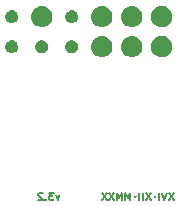
<source format=gbs>
%TF.GenerationSoftware,KiCad,Pcbnew,(5.1.2-1)-1*%
%TF.CreationDate,2020-12-17T20:50:41+01:00*%
%TF.ProjectId,snes_rgb_bypass_amp,736e6573-5f72-4676-925f-627970617373,3.2*%
%TF.SameCoordinates,Original*%
%TF.FileFunction,Soldermask,Bot*%
%TF.FilePolarity,Negative*%
%FSLAX46Y46*%
G04 Gerber Fmt 4.6, Leading zero omitted, Abs format (unit mm)*
G04 Created by KiCad (PCBNEW (5.1.2-1)-1) date 2020-12-17 20:50:41*
%MOMM*%
%LPD*%
G04 APERTURE LIST*
%ADD10C,0.100000*%
%ADD11C,0.152400*%
%ADD12C,0.150000*%
G04 APERTURE END LIST*
D10*
X152612619Y-114393095D02*
X152612619Y-114488333D01*
X152588809Y-114488333D02*
X152588809Y-114393095D01*
X152565000Y-114369285D02*
X152565000Y-114512142D01*
X152541190Y-114488333D02*
X152541190Y-114393095D01*
X152517380Y-114393095D02*
X152517380Y-114488333D01*
X152612619Y-114464523D02*
X152565000Y-114512142D01*
X152517380Y-114464523D01*
X152612619Y-114416904D02*
X152565000Y-114369285D01*
X152517380Y-114416904D01*
X152612619Y-114393095D02*
X152565000Y-114369285D01*
X152517380Y-114393095D01*
X152493571Y-114440714D01*
X152517380Y-114488333D01*
X152565000Y-114512142D01*
X152612619Y-114488333D01*
X152636428Y-114440714D01*
X152612619Y-114393095D01*
D11*
X155855238Y-114122261D02*
X155431904Y-114757261D01*
X155431904Y-114122261D02*
X155855238Y-114757261D01*
X155280714Y-114122261D02*
X155069047Y-114757261D01*
X154857380Y-114122261D01*
X154645714Y-114757261D02*
X154645714Y-114122261D01*
X153920000Y-114122261D02*
X153496666Y-114757261D01*
X153496666Y-114122261D02*
X153920000Y-114757261D01*
X153254761Y-114757261D02*
X153254761Y-114122261D01*
X152952380Y-114757261D02*
X152952380Y-114122261D01*
X152166190Y-114757261D02*
X152166190Y-114122261D01*
X151954523Y-114575833D01*
X151742857Y-114122261D01*
X151742857Y-114757261D01*
X151440476Y-114757261D02*
X151440476Y-114122261D01*
X151228809Y-114575833D01*
X151017142Y-114122261D01*
X151017142Y-114757261D01*
X150775238Y-114122261D02*
X150351904Y-114757261D01*
X150351904Y-114122261D02*
X150775238Y-114757261D01*
X150170476Y-114122261D02*
X149747142Y-114757261D01*
X149747142Y-114122261D02*
X150170476Y-114757261D01*
X146179047Y-114333928D02*
X146027857Y-114757261D01*
X145876666Y-114333928D01*
X145695238Y-114122261D02*
X145302142Y-114122261D01*
X145513809Y-114364166D01*
X145423095Y-114364166D01*
X145362619Y-114394404D01*
X145332380Y-114424642D01*
X145302142Y-114485119D01*
X145302142Y-114636309D01*
X145332380Y-114696785D01*
X145362619Y-114727023D01*
X145423095Y-114757261D01*
X145604523Y-114757261D01*
X145665000Y-114727023D01*
X145695238Y-114696785D01*
X145030000Y-114696785D02*
X144999761Y-114727023D01*
X145030000Y-114757261D01*
X145060238Y-114727023D01*
X145030000Y-114696785D01*
X145030000Y-114757261D01*
X144757857Y-114182738D02*
X144727619Y-114152500D01*
X144667142Y-114122261D01*
X144515952Y-114122261D01*
X144455476Y-114152500D01*
X144425238Y-114182738D01*
X144395000Y-114243214D01*
X144395000Y-114303690D01*
X144425238Y-114394404D01*
X144788095Y-114757261D01*
X144395000Y-114757261D01*
D10*
X154260238Y-114393690D02*
X154260238Y-114484166D01*
X154237619Y-114484166D02*
X154237619Y-114393690D01*
X154215000Y-114371071D02*
X154215000Y-114506785D01*
X154192380Y-114484166D02*
X154192380Y-114393690D01*
X154169761Y-114393690D02*
X154169761Y-114484166D01*
X154260238Y-114461547D02*
X154215000Y-114506785D01*
X154169761Y-114461547D01*
X154260238Y-114416309D02*
X154215000Y-114371071D01*
X154169761Y-114416309D01*
X154260238Y-114393690D02*
X154215000Y-114371071D01*
X154169761Y-114393690D01*
X154147142Y-114438928D01*
X154169761Y-114484166D01*
X154215000Y-114506785D01*
X154260238Y-114484166D01*
X154282857Y-114438928D01*
X154260238Y-114393690D01*
D12*
G36*
X154967229Y-100862854D02*
G01*
X155097757Y-100888817D01*
X155261690Y-100956721D01*
X155409222Y-101055299D01*
X155409224Y-101055301D01*
X155409227Y-101055303D01*
X155534697Y-101180773D01*
X155534699Y-101180776D01*
X155534701Y-101180778D01*
X155633279Y-101328310D01*
X155701183Y-101492243D01*
X155718323Y-101578416D01*
X155735800Y-101666279D01*
X155735800Y-101843721D01*
X155731970Y-101862976D01*
X155701183Y-102017757D01*
X155633279Y-102181690D01*
X155534701Y-102329222D01*
X155534699Y-102329224D01*
X155534697Y-102329227D01*
X155409227Y-102454697D01*
X155409224Y-102454699D01*
X155409222Y-102454701D01*
X155261690Y-102553279D01*
X155097757Y-102621183D01*
X154989248Y-102642766D01*
X154923721Y-102655800D01*
X154746279Y-102655800D01*
X154680752Y-102642766D01*
X154572243Y-102621183D01*
X154408310Y-102553279D01*
X154260778Y-102454701D01*
X154260776Y-102454699D01*
X154260773Y-102454697D01*
X154135303Y-102329227D01*
X154135301Y-102329224D01*
X154135299Y-102329222D01*
X154036721Y-102181690D01*
X153968817Y-102017757D01*
X153938030Y-101862976D01*
X153934200Y-101843721D01*
X153934200Y-101666279D01*
X153951677Y-101578416D01*
X153968817Y-101492243D01*
X154036721Y-101328310D01*
X154135299Y-101180778D01*
X154135301Y-101180776D01*
X154135303Y-101180773D01*
X154260773Y-101055303D01*
X154260776Y-101055301D01*
X154260778Y-101055299D01*
X154408310Y-100956721D01*
X154572243Y-100888817D01*
X154702771Y-100862854D01*
X154746279Y-100854200D01*
X154923721Y-100854200D01*
X154967229Y-100862854D01*
X154967229Y-100862854D01*
G37*
G36*
X152471588Y-100867234D02*
G01*
X152641389Y-100918743D01*
X152641391Y-100918744D01*
X152797881Y-101002390D01*
X152935044Y-101114956D01*
X153047610Y-101252119D01*
X153047611Y-101252121D01*
X153131257Y-101408611D01*
X153182766Y-101578412D01*
X153200158Y-101755000D01*
X153182766Y-101931588D01*
X153143058Y-102062486D01*
X153131256Y-102101391D01*
X153047610Y-102257881D01*
X152935044Y-102395044D01*
X152797881Y-102507610D01*
X152797879Y-102507611D01*
X152641389Y-102591257D01*
X152471588Y-102642766D01*
X152339249Y-102655800D01*
X152250751Y-102655800D01*
X152118412Y-102642766D01*
X151948611Y-102591257D01*
X151792121Y-102507611D01*
X151792119Y-102507610D01*
X151654956Y-102395044D01*
X151542390Y-102257881D01*
X151458744Y-102101391D01*
X151446942Y-102062486D01*
X151407234Y-101931588D01*
X151389842Y-101755000D01*
X151407234Y-101578412D01*
X151458743Y-101408611D01*
X151542389Y-101252121D01*
X151542390Y-101252119D01*
X151654956Y-101114956D01*
X151792119Y-101002390D01*
X151948609Y-100918744D01*
X151948611Y-100918743D01*
X152118412Y-100867234D01*
X152250751Y-100854200D01*
X152339249Y-100854200D01*
X152471588Y-100867234D01*
X152471588Y-100867234D01*
G37*
G36*
X149931588Y-100867234D02*
G01*
X150101389Y-100918743D01*
X150101391Y-100918744D01*
X150257881Y-101002390D01*
X150395044Y-101114956D01*
X150507610Y-101252119D01*
X150507611Y-101252121D01*
X150591257Y-101408611D01*
X150642766Y-101578412D01*
X150660158Y-101755000D01*
X150642766Y-101931588D01*
X150603058Y-102062486D01*
X150591256Y-102101391D01*
X150507610Y-102257881D01*
X150395044Y-102395044D01*
X150257881Y-102507610D01*
X150257879Y-102507611D01*
X150101389Y-102591257D01*
X149931588Y-102642766D01*
X149799249Y-102655800D01*
X149710751Y-102655800D01*
X149578412Y-102642766D01*
X149408611Y-102591257D01*
X149252121Y-102507611D01*
X149252119Y-102507610D01*
X149114956Y-102395044D01*
X149002390Y-102257881D01*
X148918744Y-102101391D01*
X148906942Y-102062486D01*
X148867234Y-101931588D01*
X148849842Y-101755000D01*
X148867234Y-101578412D01*
X148918743Y-101408611D01*
X149002389Y-101252121D01*
X149002390Y-101252119D01*
X149114956Y-101114956D01*
X149252119Y-101002390D01*
X149408609Y-100918744D01*
X149408611Y-100918743D01*
X149578412Y-100867234D01*
X149710751Y-100854200D01*
X149799249Y-100854200D01*
X149931588Y-100867234D01*
X149931588Y-100867234D01*
G37*
G36*
X147262287Y-101206192D02*
G01*
X147322976Y-101212170D01*
X147426802Y-101243665D01*
X147522489Y-101294811D01*
X147606359Y-101363641D01*
X147675189Y-101447511D01*
X147726335Y-101543198D01*
X147757830Y-101647024D01*
X147768465Y-101755000D01*
X147757830Y-101862976D01*
X147726335Y-101966802D01*
X147675189Y-102062489D01*
X147606359Y-102146359D01*
X147522489Y-102215189D01*
X147426802Y-102266335D01*
X147322976Y-102297830D01*
X147262287Y-102303808D01*
X147242058Y-102305800D01*
X147187942Y-102305800D01*
X147167713Y-102303807D01*
X147107024Y-102297830D01*
X147003198Y-102266335D01*
X146907511Y-102215189D01*
X146823641Y-102146359D01*
X146754811Y-102062489D01*
X146703665Y-101966802D01*
X146672170Y-101862976D01*
X146661535Y-101755000D01*
X146672170Y-101647024D01*
X146703665Y-101543198D01*
X146754811Y-101447511D01*
X146823641Y-101363641D01*
X146907511Y-101294811D01*
X147003198Y-101243665D01*
X147107024Y-101212170D01*
X147167713Y-101206193D01*
X147187942Y-101204200D01*
X147242058Y-101204200D01*
X147262287Y-101206192D01*
X147262287Y-101206192D01*
G37*
G36*
X144722287Y-101206192D02*
G01*
X144782976Y-101212170D01*
X144886802Y-101243665D01*
X144982489Y-101294811D01*
X145066359Y-101363641D01*
X145135189Y-101447511D01*
X145186335Y-101543198D01*
X145217830Y-101647024D01*
X145228465Y-101755000D01*
X145217830Y-101862976D01*
X145186335Y-101966802D01*
X145135189Y-102062489D01*
X145066359Y-102146359D01*
X144982489Y-102215189D01*
X144886802Y-102266335D01*
X144782976Y-102297830D01*
X144722287Y-102303808D01*
X144702058Y-102305800D01*
X144647942Y-102305800D01*
X144627713Y-102303807D01*
X144567024Y-102297830D01*
X144463198Y-102266335D01*
X144367511Y-102215189D01*
X144283641Y-102146359D01*
X144214811Y-102062489D01*
X144163665Y-101966802D01*
X144132170Y-101862976D01*
X144121535Y-101755000D01*
X144132170Y-101647024D01*
X144163665Y-101543198D01*
X144214811Y-101447511D01*
X144283641Y-101363641D01*
X144367511Y-101294811D01*
X144463198Y-101243665D01*
X144567024Y-101212170D01*
X144627713Y-101206193D01*
X144647942Y-101204200D01*
X144702058Y-101204200D01*
X144722287Y-101206192D01*
X144722287Y-101206192D01*
G37*
G36*
X142224720Y-101211256D02*
G01*
X142295664Y-101225367D01*
X142360253Y-101252121D01*
X142395902Y-101266887D01*
X142486114Y-101327166D01*
X142562834Y-101403886D01*
X142623113Y-101494098D01*
X142623114Y-101494101D01*
X142664633Y-101594336D01*
X142685800Y-101700752D01*
X142685800Y-101809248D01*
X142664633Y-101915664D01*
X142643451Y-101966802D01*
X142623113Y-102015902D01*
X142562834Y-102106114D01*
X142486114Y-102182834D01*
X142395902Y-102243113D01*
X142373193Y-102252519D01*
X142295664Y-102284633D01*
X142229317Y-102297830D01*
X142189249Y-102305800D01*
X142080751Y-102305800D01*
X142040683Y-102297830D01*
X141974336Y-102284633D01*
X141896807Y-102252519D01*
X141874098Y-102243113D01*
X141783886Y-102182834D01*
X141707166Y-102106114D01*
X141646887Y-102015902D01*
X141626549Y-101966802D01*
X141605367Y-101915664D01*
X141584200Y-101809248D01*
X141584200Y-101700752D01*
X141605367Y-101594336D01*
X141646886Y-101494101D01*
X141646887Y-101494098D01*
X141707166Y-101403886D01*
X141783886Y-101327166D01*
X141874098Y-101266887D01*
X141909747Y-101252121D01*
X141974336Y-101225367D01*
X142045280Y-101211256D01*
X142080751Y-101204200D01*
X142189249Y-101204200D01*
X142224720Y-101211256D01*
X142224720Y-101211256D01*
G37*
G36*
X154967229Y-98322854D02*
G01*
X155097757Y-98348817D01*
X155261690Y-98416721D01*
X155409222Y-98515299D01*
X155409224Y-98515301D01*
X155409227Y-98515303D01*
X155534697Y-98640773D01*
X155534699Y-98640776D01*
X155534701Y-98640778D01*
X155633279Y-98788310D01*
X155701183Y-98952243D01*
X155735800Y-99126280D01*
X155735800Y-99303720D01*
X155701183Y-99477757D01*
X155633279Y-99641690D01*
X155534701Y-99789222D01*
X155534699Y-99789224D01*
X155534697Y-99789227D01*
X155409227Y-99914697D01*
X155409224Y-99914699D01*
X155409222Y-99914701D01*
X155261690Y-100013279D01*
X155097757Y-100081183D01*
X154989248Y-100102766D01*
X154923721Y-100115800D01*
X154746279Y-100115800D01*
X154680752Y-100102766D01*
X154572243Y-100081183D01*
X154408310Y-100013279D01*
X154260778Y-99914701D01*
X154260776Y-99914699D01*
X154260773Y-99914697D01*
X154135303Y-99789227D01*
X154135301Y-99789224D01*
X154135299Y-99789222D01*
X154036721Y-99641690D01*
X153968817Y-99477757D01*
X153934200Y-99303720D01*
X153934200Y-99126280D01*
X153968817Y-98952243D01*
X154036721Y-98788310D01*
X154135299Y-98640778D01*
X154135301Y-98640776D01*
X154135303Y-98640773D01*
X154260773Y-98515303D01*
X154260776Y-98515301D01*
X154260778Y-98515299D01*
X154408310Y-98416721D01*
X154572243Y-98348817D01*
X154702771Y-98322854D01*
X154746279Y-98314200D01*
X154923721Y-98314200D01*
X154967229Y-98322854D01*
X154967229Y-98322854D01*
G37*
G36*
X152471588Y-98327234D02*
G01*
X152641389Y-98378743D01*
X152641391Y-98378744D01*
X152797881Y-98462390D01*
X152935044Y-98574956D01*
X153047610Y-98712119D01*
X153047611Y-98712121D01*
X153131257Y-98868611D01*
X153182766Y-99038412D01*
X153200158Y-99215000D01*
X153182766Y-99391588D01*
X153131257Y-99561389D01*
X153131256Y-99561391D01*
X153047610Y-99717881D01*
X152935044Y-99855044D01*
X152797881Y-99967610D01*
X152797879Y-99967611D01*
X152641389Y-100051257D01*
X152471588Y-100102766D01*
X152339249Y-100115800D01*
X152250751Y-100115800D01*
X152118412Y-100102766D01*
X151948611Y-100051257D01*
X151792121Y-99967611D01*
X151792119Y-99967610D01*
X151654956Y-99855044D01*
X151542390Y-99717881D01*
X151458744Y-99561391D01*
X151458743Y-99561389D01*
X151407234Y-99391588D01*
X151389842Y-99215000D01*
X151407234Y-99038412D01*
X151458743Y-98868611D01*
X151542389Y-98712121D01*
X151542390Y-98712119D01*
X151654956Y-98574956D01*
X151792119Y-98462390D01*
X151948609Y-98378744D01*
X151948611Y-98378743D01*
X152118412Y-98327234D01*
X152250751Y-98314200D01*
X152339249Y-98314200D01*
X152471588Y-98327234D01*
X152471588Y-98327234D01*
G37*
G36*
X149931588Y-98327234D02*
G01*
X150101389Y-98378743D01*
X150101391Y-98378744D01*
X150257881Y-98462390D01*
X150395044Y-98574956D01*
X150507610Y-98712119D01*
X150507611Y-98712121D01*
X150591257Y-98868611D01*
X150642766Y-99038412D01*
X150660158Y-99215000D01*
X150642766Y-99391588D01*
X150591257Y-99561389D01*
X150591256Y-99561391D01*
X150507610Y-99717881D01*
X150395044Y-99855044D01*
X150257881Y-99967610D01*
X150257879Y-99967611D01*
X150101389Y-100051257D01*
X149931588Y-100102766D01*
X149799249Y-100115800D01*
X149710751Y-100115800D01*
X149578412Y-100102766D01*
X149408611Y-100051257D01*
X149252121Y-99967611D01*
X149252119Y-99967610D01*
X149114956Y-99855044D01*
X149002390Y-99717881D01*
X148918744Y-99561391D01*
X148918743Y-99561389D01*
X148867234Y-99391588D01*
X148849842Y-99215000D01*
X148867234Y-99038412D01*
X148918743Y-98868611D01*
X149002389Y-98712121D01*
X149002390Y-98712119D01*
X149114956Y-98574956D01*
X149252119Y-98462390D01*
X149408609Y-98378744D01*
X149408611Y-98378743D01*
X149578412Y-98327234D01*
X149710751Y-98314200D01*
X149799249Y-98314200D01*
X149931588Y-98327234D01*
X149931588Y-98327234D01*
G37*
G36*
X144851588Y-98327234D02*
G01*
X145021389Y-98378743D01*
X145021391Y-98378744D01*
X145177881Y-98462390D01*
X145315044Y-98574956D01*
X145427610Y-98712119D01*
X145427611Y-98712121D01*
X145511257Y-98868611D01*
X145562766Y-99038412D01*
X145580158Y-99215000D01*
X145562766Y-99391588D01*
X145511257Y-99561389D01*
X145511256Y-99561391D01*
X145427610Y-99717881D01*
X145315044Y-99855044D01*
X145177881Y-99967610D01*
X145177879Y-99967611D01*
X145021389Y-100051257D01*
X144851588Y-100102766D01*
X144719249Y-100115800D01*
X144630751Y-100115800D01*
X144498412Y-100102766D01*
X144328611Y-100051257D01*
X144172121Y-99967611D01*
X144172119Y-99967610D01*
X144034956Y-99855044D01*
X143922390Y-99717881D01*
X143838744Y-99561391D01*
X143838743Y-99561389D01*
X143787234Y-99391588D01*
X143769842Y-99215000D01*
X143787234Y-99038412D01*
X143838743Y-98868611D01*
X143922389Y-98712121D01*
X143922390Y-98712119D01*
X144034956Y-98574956D01*
X144172119Y-98462390D01*
X144328609Y-98378744D01*
X144328611Y-98378743D01*
X144498412Y-98327234D01*
X144630751Y-98314200D01*
X144719249Y-98314200D01*
X144851588Y-98327234D01*
X144851588Y-98327234D01*
G37*
G36*
X147304720Y-98671256D02*
G01*
X147375664Y-98685367D01*
X147440253Y-98712121D01*
X147475902Y-98726887D01*
X147566114Y-98787166D01*
X147642834Y-98863886D01*
X147703113Y-98954098D01*
X147703114Y-98954101D01*
X147744633Y-99054336D01*
X147765800Y-99160752D01*
X147765800Y-99269248D01*
X147744633Y-99375664D01*
X147712519Y-99453193D01*
X147703113Y-99475902D01*
X147642834Y-99566114D01*
X147566114Y-99642834D01*
X147475902Y-99703113D01*
X147453193Y-99712519D01*
X147375664Y-99744633D01*
X147304720Y-99758744D01*
X147269249Y-99765800D01*
X147160751Y-99765800D01*
X147125280Y-99758744D01*
X147054336Y-99744633D01*
X146976807Y-99712519D01*
X146954098Y-99703113D01*
X146863886Y-99642834D01*
X146787166Y-99566114D01*
X146726887Y-99475902D01*
X146717481Y-99453193D01*
X146685367Y-99375664D01*
X146664200Y-99269248D01*
X146664200Y-99160752D01*
X146685367Y-99054336D01*
X146726886Y-98954101D01*
X146726887Y-98954098D01*
X146787166Y-98863886D01*
X146863886Y-98787166D01*
X146954098Y-98726887D01*
X146989747Y-98712121D01*
X147054336Y-98685367D01*
X147125280Y-98671256D01*
X147160751Y-98664200D01*
X147269249Y-98664200D01*
X147304720Y-98671256D01*
X147304720Y-98671256D01*
G37*
G36*
X142224720Y-98671256D02*
G01*
X142295664Y-98685367D01*
X142360253Y-98712121D01*
X142395902Y-98726887D01*
X142486114Y-98787166D01*
X142562834Y-98863886D01*
X142623113Y-98954098D01*
X142623114Y-98954101D01*
X142664633Y-99054336D01*
X142685800Y-99160752D01*
X142685800Y-99269248D01*
X142664633Y-99375664D01*
X142632519Y-99453193D01*
X142623113Y-99475902D01*
X142562834Y-99566114D01*
X142486114Y-99642834D01*
X142395902Y-99703113D01*
X142373193Y-99712519D01*
X142295664Y-99744633D01*
X142224720Y-99758744D01*
X142189249Y-99765800D01*
X142080751Y-99765800D01*
X142045280Y-99758744D01*
X141974336Y-99744633D01*
X141896807Y-99712519D01*
X141874098Y-99703113D01*
X141783886Y-99642834D01*
X141707166Y-99566114D01*
X141646887Y-99475902D01*
X141637481Y-99453193D01*
X141605367Y-99375664D01*
X141584200Y-99269248D01*
X141584200Y-99160752D01*
X141605367Y-99054336D01*
X141646886Y-98954101D01*
X141646887Y-98954098D01*
X141707166Y-98863886D01*
X141783886Y-98787166D01*
X141874098Y-98726887D01*
X141909747Y-98712121D01*
X141974336Y-98685367D01*
X142045280Y-98671256D01*
X142080751Y-98664200D01*
X142189249Y-98664200D01*
X142224720Y-98671256D01*
X142224720Y-98671256D01*
G37*
M02*

</source>
